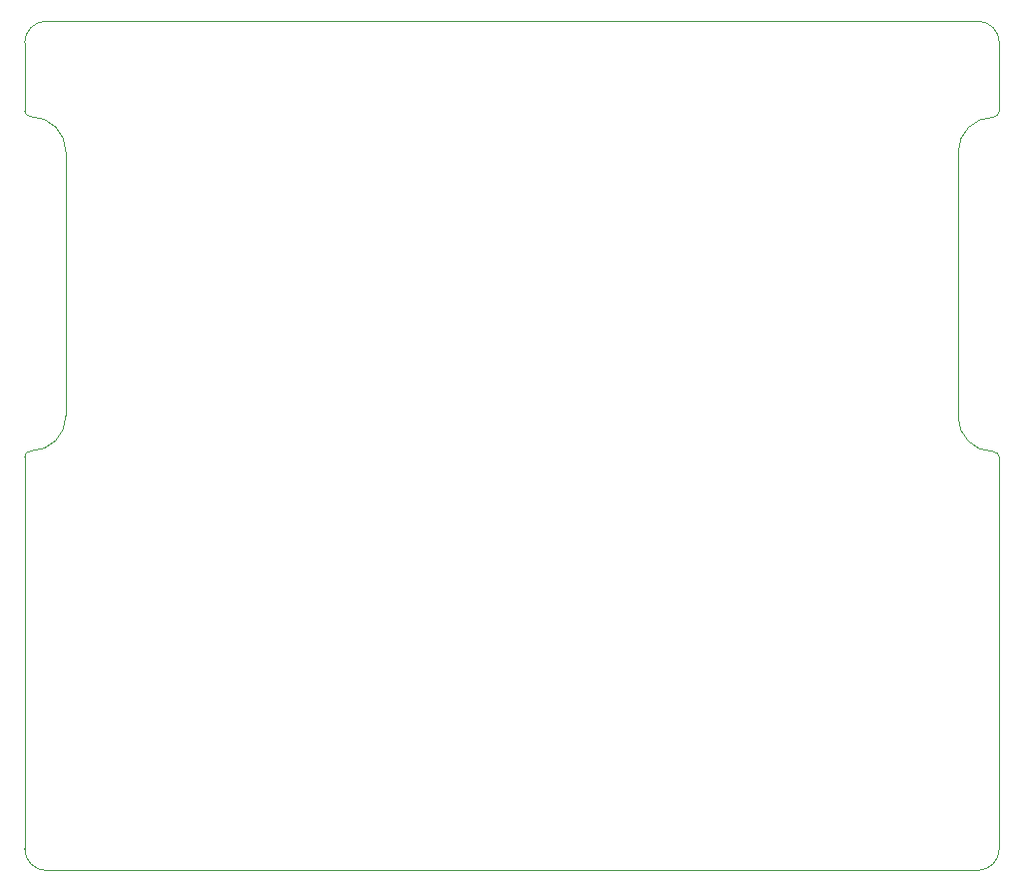
<source format=gbr>
G04 #@! TF.GenerationSoftware,KiCad,Pcbnew,(5.1.5)-3*
G04 #@! TF.CreationDate,2020-07-27T15:31:11+01:00*
G04 #@! TF.ProjectId,diyBMS-CurrentShunt,64697942-4d53-42d4-9375-7272656e7453,rev?*
G04 #@! TF.SameCoordinates,Original*
G04 #@! TF.FileFunction,Profile,NP*
%FSLAX46Y46*%
G04 Gerber Fmt 4.6, Leading zero omitted, Abs format (unit mm)*
G04 Created by KiCad (PCBNEW (5.1.5)-3) date 2020-07-27 15:31:11*
%MOMM*%
%LPD*%
G04 APERTURE LIST*
%ADD10C,0.050000*%
G04 APERTURE END LIST*
D10*
X150050000Y-102450000D02*
G75*
G02X148200000Y-104300000I-1850000J0D01*
G01*
X69300000Y-104300000D02*
G75*
G02X67450000Y-102450000I0J1850000D01*
G01*
X67450000Y-34150000D02*
G75*
G02X69300000Y-32300000I1850000J0D01*
G01*
X148200000Y-32300000D02*
G75*
G02X150050000Y-34150000I0J-1850000D01*
G01*
X67450000Y-39900000D02*
X67450000Y-34150000D01*
X70950000Y-65750000D02*
G75*
G02X67950000Y-68750000I-3000000J0D01*
G01*
X67950000Y-40400000D02*
G75*
G02X70950000Y-43400000I0J-3000000D01*
G01*
X67950000Y-40400000D02*
G75*
G02X67450000Y-39900000I0J500000D01*
G01*
X70950000Y-43400000D02*
X70950000Y-65750000D01*
X67450000Y-69250000D02*
G75*
G02X67950000Y-68750000I500000J0D01*
G01*
X150050000Y-39950000D02*
G75*
G02X149550000Y-40450000I-500000J0D01*
G01*
X149550000Y-68800000D02*
G75*
G02X150050000Y-69300000I0J-500000D01*
G01*
X150050000Y-39950000D02*
X150050000Y-34150000D01*
X146550000Y-65800000D02*
X146550000Y-43450000D01*
X146550000Y-43450000D02*
G75*
G02X149550000Y-40450000I3000000J0D01*
G01*
X149550000Y-68800000D02*
G75*
G02X146550000Y-65800000I0J3000000D01*
G01*
X69300000Y-32300000D02*
X148200000Y-32300000D01*
X67450000Y-102450000D02*
X67450000Y-69250000D01*
X148200000Y-104300000D02*
X69300000Y-104300000D01*
X150050000Y-69300000D02*
X150050000Y-102450000D01*
M02*

</source>
